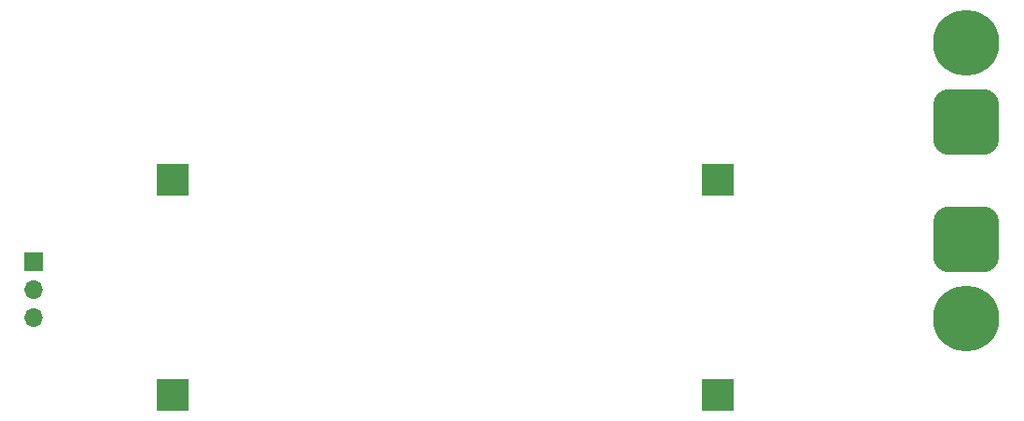
<source format=gbr>
%TF.GenerationSoftware,KiCad,Pcbnew,7.0.0*%
%TF.CreationDate,2023-03-08T15:40:00-05:00*%
%TF.ProjectId,left-side,6c656674-2d73-4696-9465-2e6b69636164,rev?*%
%TF.SameCoordinates,Original*%
%TF.FileFunction,Soldermask,Bot*%
%TF.FilePolarity,Negative*%
%FSLAX46Y46*%
G04 Gerber Fmt 4.6, Leading zero omitted, Abs format (unit mm)*
G04 Created by KiCad (PCBNEW 7.0.0) date 2023-03-08 15:40:00*
%MOMM*%
%LPD*%
G01*
G04 APERTURE LIST*
G04 Aperture macros list*
%AMRoundRect*
0 Rectangle with rounded corners*
0 $1 Rounding radius*
0 $2 $3 $4 $5 $6 $7 $8 $9 X,Y pos of 4 corners*
0 Add a 4 corners polygon primitive as box body*
4,1,4,$2,$3,$4,$5,$6,$7,$8,$9,$2,$3,0*
0 Add four circle primitives for the rounded corners*
1,1,$1+$1,$2,$3*
1,1,$1+$1,$4,$5*
1,1,$1+$1,$6,$7*
1,1,$1+$1,$8,$9*
0 Add four rect primitives between the rounded corners*
20,1,$1+$1,$2,$3,$4,$5,0*
20,1,$1+$1,$4,$5,$6,$7,0*
20,1,$1+$1,$6,$7,$8,$9,0*
20,1,$1+$1,$8,$9,$2,$3,0*%
G04 Aperture macros list end*
%ADD10R,1.700000X1.700000*%
%ADD11O,1.700000X1.700000*%
%ADD12RoundRect,1.500000X1.500000X-1.500000X1.500000X1.500000X-1.500000X1.500000X-1.500000X-1.500000X0*%
%ADD13C,6.000000*%
%ADD14R,3.000000X3.000000*%
%ADD15RoundRect,1.500000X-1.500000X1.500000X-1.500000X-1.500000X1.500000X-1.500000X1.500000X1.500000X0*%
G04 APERTURE END LIST*
D10*
%TO.C,J3*%
X62737999Y-125475999D03*
D11*
X62737999Y-128015999D03*
X62737999Y-130555999D03*
%TD*%
D12*
%TO.C,J1*%
X147320000Y-112776000D03*
D13*
X147320000Y-105576000D03*
%TD*%
D14*
%TO.C,A1*%
X124825999Y-118011999D03*
X124825999Y-137511999D03*
X75325999Y-137511999D03*
X75325999Y-118011999D03*
%TD*%
D15*
%TO.C,J2*%
X147320000Y-123400000D03*
D13*
X147320000Y-130600000D03*
%TD*%
M02*

</source>
